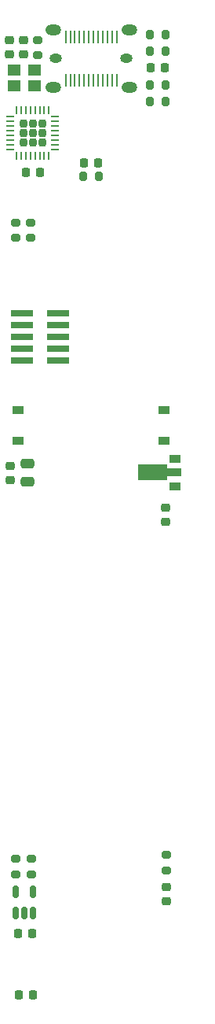
<source format=gbr>
%TF.GenerationSoftware,KiCad,Pcbnew,6.0.11-2627ca5db0~126~ubuntu22.04.1*%
%TF.CreationDate,2024-03-30T06:54:33+01:00*%
%TF.ProjectId,OTBreakOutV1,4f544272-6561-46b4-9f75-7456312e6b69,rev?*%
%TF.SameCoordinates,Original*%
%TF.FileFunction,Paste,Top*%
%TF.FilePolarity,Positive*%
%FSLAX46Y46*%
G04 Gerber Fmt 4.6, Leading zero omitted, Abs format (unit mm)*
G04 Created by KiCad (PCBNEW 6.0.11-2627ca5db0~126~ubuntu22.04.1) date 2024-03-30 06:54:33*
%MOMM*%
%LPD*%
G01*
G04 APERTURE LIST*
G04 Aperture macros list*
%AMRoundRect*
0 Rectangle with rounded corners*
0 $1 Rounding radius*
0 $2 $3 $4 $5 $6 $7 $8 $9 X,Y pos of 4 corners*
0 Add a 4 corners polygon primitive as box body*
4,1,4,$2,$3,$4,$5,$6,$7,$8,$9,$2,$3,0*
0 Add four circle primitives for the rounded corners*
1,1,$1+$1,$2,$3*
1,1,$1+$1,$4,$5*
1,1,$1+$1,$6,$7*
1,1,$1+$1,$8,$9*
0 Add four rect primitives between the rounded corners*
20,1,$1+$1,$2,$3,$4,$5,0*
20,1,$1+$1,$4,$5,$6,$7,0*
20,1,$1+$1,$6,$7,$8,$9,0*
20,1,$1+$1,$8,$9,$2,$3,0*%
%AMFreePoly0*
4,1,9,3.862500,-0.866500,0.737500,-0.866500,0.737500,-0.450000,-0.737500,-0.450000,-0.737500,0.450000,0.737500,0.450000,0.737500,0.866500,3.862500,0.866500,3.862500,-0.866500,3.862500,-0.866500,$1*%
G04 Aperture macros list end*
%ADD10RoundRect,0.207500X-0.207500X-0.207500X0.207500X-0.207500X0.207500X0.207500X-0.207500X0.207500X0*%
%ADD11RoundRect,0.062500X-0.375000X-0.062500X0.375000X-0.062500X0.375000X0.062500X-0.375000X0.062500X0*%
%ADD12RoundRect,0.062500X-0.062500X-0.375000X0.062500X-0.375000X0.062500X0.375000X-0.062500X0.375000X0*%
%ADD13RoundRect,0.225000X0.225000X0.250000X-0.225000X0.250000X-0.225000X-0.250000X0.225000X-0.250000X0*%
%ADD14RoundRect,0.200000X0.200000X0.275000X-0.200000X0.275000X-0.200000X-0.275000X0.200000X-0.275000X0*%
%ADD15R,2.400000X0.740000*%
%ADD16RoundRect,0.225000X-0.225000X-0.250000X0.225000X-0.250000X0.225000X0.250000X-0.225000X0.250000X0*%
%ADD17RoundRect,0.225000X-0.250000X0.225000X-0.250000X-0.225000X0.250000X-0.225000X0.250000X0.225000X0*%
%ADD18RoundRect,0.225000X0.250000X-0.225000X0.250000X0.225000X-0.250000X0.225000X-0.250000X-0.225000X0*%
%ADD19R,0.250000X1.400000*%
%ADD20O,1.700000X1.200000*%
%ADD21O,1.350000X0.950000*%
%ADD22R,1.200000X0.900000*%
%ADD23RoundRect,0.200000X-0.275000X0.200000X-0.275000X-0.200000X0.275000X-0.200000X0.275000X0.200000X0*%
%ADD24R,1.300000X0.900000*%
%ADD25FreePoly0,180.000000*%
%ADD26RoundRect,0.200000X-0.200000X-0.275000X0.200000X-0.275000X0.200000X0.275000X-0.200000X0.275000X0*%
%ADD27RoundRect,0.200000X0.275000X-0.200000X0.275000X0.200000X-0.275000X0.200000X-0.275000X-0.200000X0*%
%ADD28RoundRect,0.250000X0.475000X-0.250000X0.475000X0.250000X-0.475000X0.250000X-0.475000X-0.250000X0*%
%ADD29RoundRect,0.150000X0.150000X-0.512500X0.150000X0.512500X-0.150000X0.512500X-0.150000X-0.512500X0*%
%ADD30R,1.400000X1.200000*%
G04 APERTURE END LIST*
D10*
%TO.C,U1*%
X94730000Y-69530000D03*
X93700000Y-68500000D03*
X92670000Y-67470000D03*
X94730000Y-67470000D03*
X94730000Y-68500000D03*
X92670000Y-69530000D03*
X92670000Y-68500000D03*
X93700000Y-69530000D03*
X93700000Y-67470000D03*
D11*
X91262500Y-66750000D03*
X91262500Y-67250000D03*
X91262500Y-67750000D03*
X91262500Y-68250000D03*
X91262500Y-68750000D03*
X91262500Y-69250000D03*
X91262500Y-69750000D03*
X91262500Y-70250000D03*
D12*
X91950000Y-70937500D03*
X92450000Y-70937500D03*
X92950000Y-70937500D03*
X93450000Y-70937500D03*
X93950000Y-70937500D03*
X94450000Y-70937500D03*
X94950000Y-70937500D03*
X95450000Y-70937500D03*
D11*
X96137500Y-70250000D03*
X96137500Y-69750000D03*
X96137500Y-69250000D03*
X96137500Y-68750000D03*
X96137500Y-68250000D03*
X96137500Y-67750000D03*
X96137500Y-67250000D03*
X96137500Y-66750000D03*
D12*
X95450000Y-66062500D03*
X94950000Y-66062500D03*
X94450000Y-66062500D03*
X93950000Y-66062500D03*
X93450000Y-66062500D03*
X92950000Y-66062500D03*
X92450000Y-66062500D03*
X91950000Y-66062500D03*
%TD*%
D13*
%TO.C,C11*%
X100775000Y-71700000D03*
X99225000Y-71700000D03*
%TD*%
D14*
%TO.C,R1*%
X108025000Y-63300000D03*
X106375000Y-63300000D03*
%TD*%
D15*
%TO.C,J10*%
X92550000Y-87860000D03*
X96450000Y-87860000D03*
X92550000Y-89130000D03*
X96450000Y-89130000D03*
X92550000Y-90400000D03*
X96450000Y-90400000D03*
X92550000Y-91670000D03*
X96450000Y-91670000D03*
X92550000Y-92940000D03*
X96450000Y-92940000D03*
%TD*%
D16*
%TO.C,C8*%
X92125000Y-154600000D03*
X93675000Y-154600000D03*
%TD*%
D17*
%TO.C,C2*%
X91200000Y-58525000D03*
X91200000Y-60075000D03*
%TD*%
D13*
%TO.C,C3*%
X107975000Y-61500000D03*
X106425000Y-61500000D03*
%TD*%
D18*
%TO.C,C4*%
X108000000Y-110315000D03*
X108000000Y-108765000D03*
%TD*%
D16*
%TO.C,C9*%
X92200000Y-161250000D03*
X93750000Y-161250000D03*
%TD*%
D19*
%TO.C,J8*%
X97250000Y-58200000D03*
D20*
X104100000Y-63570000D03*
D21*
X96225000Y-60500000D03*
D20*
X95900000Y-63570000D03*
D21*
X103775000Y-60500000D03*
D20*
X104100000Y-57430000D03*
X95900000Y-57430000D03*
D19*
X97750000Y-58200000D03*
X98250000Y-58200000D03*
X98750000Y-58200000D03*
X99250000Y-58200000D03*
X99750000Y-58200000D03*
X100250000Y-58200000D03*
X100750000Y-58200000D03*
X101250000Y-58200000D03*
X101750000Y-58200000D03*
X102250000Y-58200000D03*
X102750000Y-58200000D03*
X102750000Y-62800000D03*
X102250000Y-62800000D03*
X101750000Y-62800000D03*
X101250000Y-62800000D03*
X100750000Y-62800000D03*
X100250000Y-62800000D03*
X99750000Y-62800000D03*
X99250000Y-62800000D03*
X98750000Y-62800000D03*
X98250000Y-62800000D03*
X97750000Y-62800000D03*
X97250000Y-62800000D03*
%TD*%
D22*
%TO.C,D2*%
X107900000Y-101650000D03*
X107900000Y-98350000D03*
%TD*%
D23*
%TO.C,R10*%
X93550000Y-146587500D03*
X93550000Y-148237500D03*
%TD*%
D24*
%TO.C,U2*%
X109060000Y-106530000D03*
D25*
X108972500Y-105030000D03*
D24*
X109060000Y-103530000D03*
%TD*%
D18*
%TO.C,C5*%
X91300000Y-105875000D03*
X91300000Y-104325000D03*
%TD*%
D26*
%TO.C,R12*%
X106375000Y-57900000D03*
X108025000Y-57900000D03*
%TD*%
D27*
%TO.C,R7*%
X108100000Y-147800000D03*
X108100000Y-146150000D03*
%TD*%
D28*
%TO.C,C7*%
X93100000Y-106000000D03*
X93100000Y-104100000D03*
%TD*%
D14*
%TO.C,R2*%
X108025000Y-65100000D03*
X106375000Y-65100000D03*
%TD*%
D29*
%TO.C,U3*%
X91850000Y-152437500D03*
X92800000Y-152437500D03*
X93750000Y-152437500D03*
X93750000Y-150162500D03*
X91850000Y-150162500D03*
%TD*%
D18*
%TO.C,C6*%
X108100000Y-151150000D03*
X108100000Y-149600000D03*
%TD*%
D22*
%TO.C,D1*%
X92100000Y-101650000D03*
X92100000Y-98350000D03*
%TD*%
D17*
%TO.C,C1*%
X92700000Y-58525000D03*
X92700000Y-60075000D03*
%TD*%
D30*
%TO.C,Y1*%
X91700000Y-63450000D03*
X93900000Y-63450000D03*
X93900000Y-61750000D03*
X91700000Y-61750000D03*
%TD*%
D26*
%TO.C,R13*%
X106375000Y-59700000D03*
X108025000Y-59700000D03*
%TD*%
%TO.C,R11*%
X99175000Y-73200000D03*
X100825000Y-73200000D03*
%TD*%
D27*
%TO.C,R6*%
X93500000Y-79775000D03*
X93500000Y-78125000D03*
%TD*%
D16*
%TO.C,C10*%
X92964000Y-72700000D03*
X94514000Y-72700000D03*
%TD*%
D27*
%TO.C,R8*%
X91900000Y-79775000D03*
X91900000Y-78125000D03*
%TD*%
%TO.C,R9*%
X91850000Y-148237500D03*
X91850000Y-146587500D03*
%TD*%
D23*
%TO.C,R3*%
X94200000Y-58475000D03*
X94200000Y-60125000D03*
%TD*%
M02*

</source>
